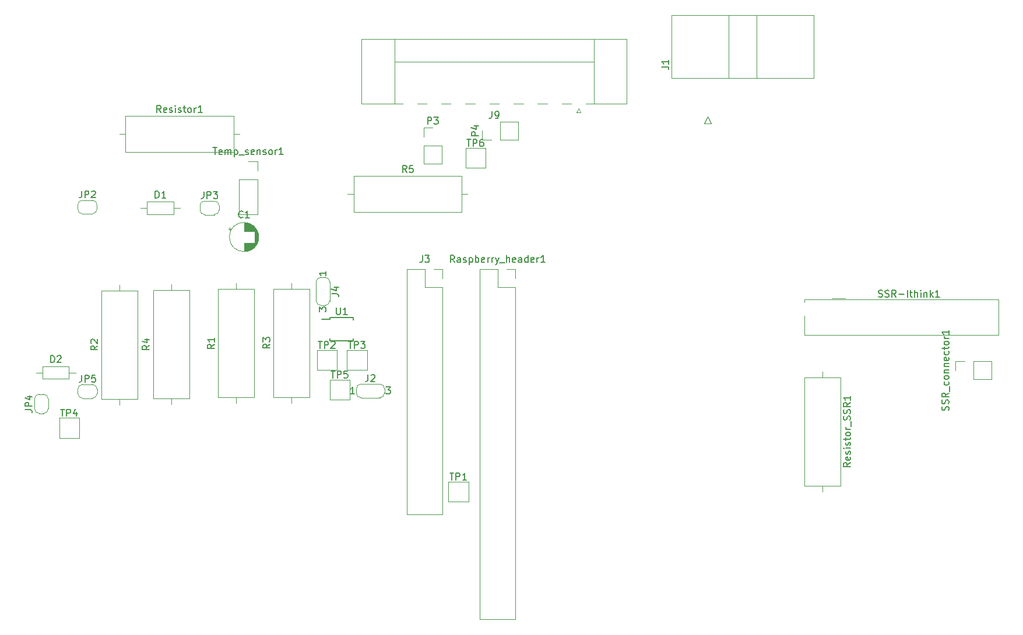
<source format=gbr>
%TF.GenerationSoftware,KiCad,Pcbnew,(5.1.9-0-10_14)*%
%TF.CreationDate,2021-02-14T15:54:45+00:00*%
%TF.ProjectId,base8x,62617365-3878-42e6-9b69-6361645f7063,rev?*%
%TF.SameCoordinates,Original*%
%TF.FileFunction,Legend,Top*%
%TF.FilePolarity,Positive*%
%FSLAX46Y46*%
G04 Gerber Fmt 4.6, Leading zero omitted, Abs format (unit mm)*
G04 Created by KiCad (PCBNEW (5.1.9-0-10_14)) date 2021-02-14 15:54:45*
%MOMM*%
%LPD*%
G01*
G04 APERTURE LIST*
%ADD10C,0.120000*%
%ADD11C,0.150000*%
G04 APERTURE END LIST*
D10*
%TO.C,SSR-Ithink1*%
X-195621400Y-59868000D02*
X-197621400Y-59868000D01*
X-201571400Y-60068000D02*
X-173371400Y-60068000D01*
X-173371400Y-60068000D02*
X-173371400Y-65268000D01*
X-173371400Y-65268000D02*
X-201571400Y-65268000D01*
X-201571400Y-65268000D02*
X-201571400Y-62468000D01*
X-201571400Y-60068000D02*
X-201571400Y-60468000D01*
%TO.C,D2*%
X-307431640Y-70708520D02*
X-308381640Y-70708520D01*
X-313171640Y-70708520D02*
X-312221640Y-70708520D01*
X-308381640Y-69788520D02*
X-312221640Y-69788520D01*
X-308381640Y-71628520D02*
X-308381640Y-69788520D01*
X-312221640Y-71628520D02*
X-308381640Y-71628520D01*
X-312221640Y-69788520D02*
X-312221640Y-71628520D01*
%TO.C,D1*%
X-292242440Y-46791880D02*
X-293192440Y-46791880D01*
X-297982440Y-46791880D02*
X-297032440Y-46791880D01*
X-293192440Y-45871880D02*
X-297032440Y-45871880D01*
X-293192440Y-47711880D02*
X-293192440Y-45871880D01*
X-297032440Y-47711880D02*
X-293192440Y-47711880D01*
X-297032440Y-45871880D02*
X-297032440Y-47711880D01*
%TO.C,Resistor_SSR1*%
X-198958200Y-87993400D02*
X-198958200Y-87143400D01*
X-198958200Y-70553400D02*
X-198958200Y-71403400D01*
X-196338200Y-87143400D02*
X-196338200Y-71403400D01*
X-201578200Y-87143400D02*
X-196338200Y-87143400D01*
X-201578200Y-71403400D02*
X-201578200Y-87143400D01*
X-196338200Y-71403400D02*
X-201578200Y-71403400D01*
%TO.C,Resistor1*%
X-283618760Y-36062920D02*
X-284468760Y-36062920D01*
X-301058760Y-36062920D02*
X-300208760Y-36062920D01*
X-284468760Y-33442920D02*
X-300208760Y-33442920D01*
X-284468760Y-38682920D02*
X-284468760Y-33442920D01*
X-300208760Y-38682920D02*
X-284468760Y-38682920D01*
X-300208760Y-33442920D02*
X-300208760Y-38682920D01*
%TO.C,R5*%
X-250461600Y-44780200D02*
X-251311600Y-44780200D01*
X-267901600Y-44780200D02*
X-267051600Y-44780200D01*
X-251311600Y-42160200D02*
X-267051600Y-42160200D01*
X-251311600Y-47400200D02*
X-251311600Y-42160200D01*
X-267051600Y-47400200D02*
X-251311600Y-47400200D01*
X-267051600Y-42160200D02*
X-267051600Y-47400200D01*
%TO.C,R4*%
X-293547800Y-57878800D02*
X-293547800Y-58728800D01*
X-293547800Y-75318800D02*
X-293547800Y-74468800D01*
X-296167800Y-58728800D02*
X-296167800Y-74468800D01*
X-290927800Y-58728800D02*
X-296167800Y-58728800D01*
X-290927800Y-74468800D02*
X-290927800Y-58728800D01*
X-296167800Y-74468800D02*
X-290927800Y-74468800D01*
%TO.C,R3*%
X-276047200Y-57675600D02*
X-276047200Y-58525600D01*
X-276047200Y-75115600D02*
X-276047200Y-74265600D01*
X-278667200Y-58525600D02*
X-278667200Y-74265600D01*
X-273427200Y-58525600D02*
X-278667200Y-58525600D01*
X-273427200Y-74265600D02*
X-273427200Y-58525600D01*
X-278667200Y-74265600D02*
X-273427200Y-74265600D01*
%TO.C,R2*%
X-301066200Y-57929600D02*
X-301066200Y-58779600D01*
X-301066200Y-75369600D02*
X-301066200Y-74519600D01*
X-303686200Y-58779600D02*
X-303686200Y-74519600D01*
X-298446200Y-58779600D02*
X-303686200Y-58779600D01*
X-298446200Y-74519600D02*
X-298446200Y-58779600D01*
X-303686200Y-74519600D02*
X-298446200Y-74519600D01*
%TO.C,R1*%
X-284099000Y-57726400D02*
X-284099000Y-58576400D01*
X-284099000Y-75166400D02*
X-284099000Y-74316400D01*
X-286719000Y-58576400D02*
X-286719000Y-74316400D01*
X-281479000Y-58576400D02*
X-286719000Y-58576400D01*
X-281479000Y-74316400D02*
X-281479000Y-58576400D01*
X-286719000Y-74316400D02*
X-281479000Y-74316400D01*
%TO.C,TP5*%
X-270512200Y-74627400D02*
X-270512200Y-71727400D01*
X-267612200Y-74627400D02*
X-270512200Y-74627400D01*
X-267612200Y-71727400D02*
X-267612200Y-74627400D01*
X-270512200Y-71727400D02*
X-267612200Y-71727400D01*
%TO.C,TP4*%
X-309806000Y-80190000D02*
X-309806000Y-77290000D01*
X-306906000Y-80190000D02*
X-309806000Y-80190000D01*
X-306906000Y-77290000D02*
X-306906000Y-80190000D01*
X-309806000Y-77290000D02*
X-306906000Y-77290000D01*
%TO.C,TP3*%
X-267997600Y-70309400D02*
X-267997600Y-67409400D01*
X-265097600Y-70309400D02*
X-267997600Y-70309400D01*
X-265097600Y-67409400D02*
X-265097600Y-70309400D01*
X-267997600Y-67409400D02*
X-265097600Y-67409400D01*
%TO.C,TP2*%
X-272366400Y-70334800D02*
X-272366400Y-67434800D01*
X-269466400Y-70334800D02*
X-272366400Y-70334800D01*
X-269466400Y-67434800D02*
X-269466400Y-70334800D01*
X-272366400Y-67434800D02*
X-269466400Y-67434800D01*
%TO.C,J1*%
X-215120600Y-34506400D02*
X-215620600Y-33506400D01*
X-216120600Y-34506400D02*
X-215120600Y-34506400D01*
X-215620600Y-33506400D02*
X-216120600Y-34506400D01*
X-200250600Y-27886400D02*
X-220830600Y-27886400D01*
X-200250600Y-18766400D02*
X-200250600Y-27886400D01*
X-220830600Y-18766400D02*
X-200250600Y-18766400D01*
X-220830600Y-27886400D02*
X-220830600Y-18766400D01*
X-208490600Y-27886400D02*
X-208490600Y-18766400D01*
X-212590600Y-27886400D02*
X-212590600Y-18766400D01*
%TO.C,J2*%
X-266004500Y-72367900D02*
X-263204500Y-72367900D01*
X-262554500Y-73067900D02*
X-262554500Y-73667900D01*
X-263204500Y-74367900D02*
X-266004500Y-74367900D01*
X-266654500Y-73667900D02*
X-266654500Y-73067900D01*
X-263254500Y-72367900D02*
G75*
G02*
X-262554500Y-73067900I0J-700000D01*
G01*
X-262554500Y-73667900D02*
G75*
G02*
X-263254500Y-74367900I-700000J0D01*
G01*
X-265954500Y-74367900D02*
G75*
G02*
X-266654500Y-73667900I0J700000D01*
G01*
X-266654500Y-73067900D02*
G75*
G02*
X-265954500Y-72367900I700000J0D01*
G01*
%TO.C,J3*%
X-255447800Y-55667600D02*
X-254117800Y-55667600D01*
X-254117800Y-55667600D02*
X-254117800Y-56997600D01*
X-256717800Y-55667600D02*
X-256717800Y-58267600D01*
X-256717800Y-58267600D02*
X-254117800Y-58267600D01*
X-254117800Y-58267600D02*
X-254117800Y-91347600D01*
X-259317800Y-91347600D02*
X-254117800Y-91347600D01*
X-259317800Y-55667600D02*
X-259317800Y-91347600D01*
X-259317800Y-55667600D02*
X-256717800Y-55667600D01*
%TO.C,J4*%
X-271800600Y-56852600D02*
X-271200600Y-56852600D01*
X-272500600Y-60302600D02*
X-272500600Y-57502600D01*
X-271200600Y-60952600D02*
X-271800600Y-60952600D01*
X-270500600Y-57502600D02*
X-270500600Y-60302600D01*
X-271200600Y-56852600D02*
G75*
G02*
X-270500600Y-57552600I0J-700000D01*
G01*
X-272500600Y-57552600D02*
G75*
G02*
X-271800600Y-56852600I700000J0D01*
G01*
X-271800600Y-60952600D02*
G75*
G02*
X-272500600Y-60252600I0J700000D01*
G01*
X-270500600Y-60252600D02*
G75*
G02*
X-271200600Y-60952600I-700000J0D01*
G01*
%TO.C,J9*%
X-234065800Y-32902200D02*
X-234665800Y-32902200D01*
X-234365800Y-32302200D02*
X-234065800Y-32902200D01*
X-234665800Y-32902200D02*
X-234365800Y-32302200D01*
X-261075800Y-31612200D02*
X-261075800Y-22192200D01*
X-232155800Y-31612200D02*
X-232155800Y-22192200D01*
X-232155800Y-25502200D02*
X-261075800Y-25502200D01*
X-256415800Y-31612200D02*
X-257815800Y-31612200D01*
X-252915800Y-31612200D02*
X-254315800Y-31612200D01*
X-249415800Y-31612200D02*
X-250815800Y-31612200D01*
X-245915800Y-31612200D02*
X-247315800Y-31612200D01*
X-242415800Y-31612200D02*
X-243815800Y-31612200D01*
X-238915800Y-31612200D02*
X-240315800Y-31612200D01*
X-235415800Y-31612200D02*
X-236815800Y-31612200D01*
X-265875800Y-31612200D02*
X-259915800Y-31612200D01*
X-227355800Y-31612200D02*
X-233315800Y-31612200D01*
X-265875800Y-22192200D02*
X-265875800Y-31612200D01*
X-227355800Y-22192200D02*
X-265875800Y-22192200D01*
X-227355800Y-31612200D02*
X-227355800Y-22192200D01*
%TO.C,JP2*%
X-306409320Y-45644560D02*
X-305009320Y-45644560D01*
X-304309320Y-46344560D02*
X-304309320Y-46944560D01*
X-305009320Y-47644560D02*
X-306409320Y-47644560D01*
X-307109320Y-46944560D02*
X-307109320Y-46344560D01*
X-305009320Y-45644560D02*
G75*
G02*
X-304309320Y-46344560I0J-700000D01*
G01*
X-304309320Y-46944560D02*
G75*
G02*
X-305009320Y-47644560I-700000J0D01*
G01*
X-306409320Y-47644560D02*
G75*
G02*
X-307109320Y-46944560I0J700000D01*
G01*
X-307109320Y-46344560D02*
G75*
G02*
X-306409320Y-45644560I700000J0D01*
G01*
%TO.C,JP3*%
X-289364880Y-47061400D02*
X-289364880Y-46461400D01*
X-287264880Y-47761400D02*
X-288664880Y-47761400D01*
X-286564880Y-46461400D02*
X-286564880Y-47061400D01*
X-288664880Y-45761400D02*
X-287264880Y-45761400D01*
X-289364880Y-46461400D02*
G75*
G02*
X-288664880Y-45761400I700000J0D01*
G01*
X-288664880Y-47761400D02*
G75*
G02*
X-289364880Y-47061400I0J700000D01*
G01*
X-286564880Y-47061400D02*
G75*
G02*
X-287264880Y-47761400I-700000J0D01*
G01*
X-287264880Y-45761400D02*
G75*
G02*
X-286564880Y-46461400I0J-700000D01*
G01*
%TO.C,JP4*%
X-313394600Y-75947500D02*
X-313394600Y-74547500D01*
X-312694600Y-73847500D02*
X-312094600Y-73847500D01*
X-311394600Y-74547500D02*
X-311394600Y-75947500D01*
X-312094600Y-76647500D02*
X-312694600Y-76647500D01*
X-313394600Y-74547500D02*
G75*
G02*
X-312694600Y-73847500I700000J0D01*
G01*
X-312094600Y-73847500D02*
G75*
G02*
X-311394600Y-74547500I0J-700000D01*
G01*
X-311394600Y-75947500D02*
G75*
G02*
X-312094600Y-76647500I-700000J0D01*
G01*
X-312694600Y-76647500D02*
G75*
G02*
X-313394600Y-75947500I0J700000D01*
G01*
%TO.C,JP5*%
X-306404240Y-72431400D02*
X-305004240Y-72431400D01*
X-304304240Y-73131400D02*
X-304304240Y-73731400D01*
X-305004240Y-74431400D02*
X-306404240Y-74431400D01*
X-307104240Y-73731400D02*
X-307104240Y-73131400D01*
X-305004240Y-72431400D02*
G75*
G02*
X-304304240Y-73131400I0J-700000D01*
G01*
X-304304240Y-73731400D02*
G75*
G02*
X-305004240Y-74431400I-700000J0D01*
G01*
X-306404240Y-74431400D02*
G75*
G02*
X-307104240Y-73731400I0J700000D01*
G01*
X-307104240Y-73131400D02*
G75*
G02*
X-306404240Y-72431400I700000J0D01*
G01*
%TO.C,P3*%
X-256879400Y-40344400D02*
X-254219400Y-40344400D01*
X-256879400Y-37744400D02*
X-256879400Y-40344400D01*
X-254219400Y-37744400D02*
X-254219400Y-40344400D01*
X-256879400Y-37744400D02*
X-254219400Y-37744400D01*
X-256879400Y-36474400D02*
X-256879400Y-35144400D01*
X-256879400Y-35144400D02*
X-255549400Y-35144400D01*
%TO.C,P4*%
X-248370400Y-36890000D02*
X-248370400Y-35560000D01*
X-247040400Y-36890000D02*
X-248370400Y-36890000D01*
X-245770400Y-36890000D02*
X-245770400Y-34230000D01*
X-245770400Y-34230000D02*
X-243170400Y-34230000D01*
X-245770400Y-36890000D02*
X-243170400Y-36890000D01*
X-243170400Y-36890000D02*
X-243170400Y-34230000D01*
%TO.C,Raspberry_header1*%
X-244856000Y-55667600D02*
X-243526000Y-55667600D01*
X-243526000Y-55667600D02*
X-243526000Y-56997600D01*
X-246126000Y-55667600D02*
X-246126000Y-58267600D01*
X-246126000Y-58267600D02*
X-243526000Y-58267600D01*
X-243526000Y-58267600D02*
X-243526000Y-106587600D01*
X-248726000Y-106587600D02*
X-243526000Y-106587600D01*
X-248726000Y-55667600D02*
X-248726000Y-106587600D01*
X-248726000Y-55667600D02*
X-246126000Y-55667600D01*
%TO.C,SSR_connector1*%
X-179612600Y-70383400D02*
X-179612600Y-69053400D01*
X-179612600Y-69053400D02*
X-178282600Y-69053400D01*
X-177012600Y-69053400D02*
X-174412600Y-69053400D01*
X-174412600Y-71713400D02*
X-174412600Y-69053400D01*
X-177012600Y-71713400D02*
X-174412600Y-71713400D01*
X-177012600Y-71713400D02*
X-177012600Y-69053400D01*
%TO.C,Temp_sensor1*%
X-282321000Y-39995800D02*
X-280991000Y-39995800D01*
X-280991000Y-39995800D02*
X-280991000Y-41325800D01*
X-280991000Y-42595800D02*
X-280991000Y-47735800D01*
X-283651000Y-47735800D02*
X-280991000Y-47735800D01*
X-283651000Y-42595800D02*
X-283651000Y-47735800D01*
X-283651000Y-42595800D02*
X-280991000Y-42595800D01*
D11*
%TO.C,U1*%
X-270457800Y-62964400D02*
X-271682800Y-62964400D01*
X-270457800Y-66089400D02*
X-267107800Y-66089400D01*
X-270457800Y-62739400D02*
X-267107800Y-62739400D01*
X-270457800Y-66089400D02*
X-270457800Y-65789400D01*
X-267107800Y-66089400D02*
X-267107800Y-65789400D01*
X-267107800Y-62739400D02*
X-267107800Y-63039400D01*
X-270457800Y-62739400D02*
X-270457800Y-62964400D01*
D10*
%TO.C,TP1*%
X-253265600Y-86561000D02*
X-250365600Y-86561000D01*
X-250365600Y-86561000D02*
X-250365600Y-89461000D01*
X-250365600Y-89461000D02*
X-253265600Y-89461000D01*
X-253265600Y-89461000D02*
X-253265600Y-86561000D01*
%TO.C,TP6*%
X-250786560Y-40972400D02*
X-250786560Y-38072400D01*
X-247886560Y-40972400D02*
X-250786560Y-40972400D01*
X-247886560Y-38072400D02*
X-247886560Y-40972400D01*
X-250786560Y-38072400D02*
X-247886560Y-38072400D01*
%TO.C,C1*%
X-280848000Y-51003200D02*
G75*
G03*
X-280848000Y-51003200I-2120000J0D01*
G01*
X-282968000Y-51843200D02*
X-282968000Y-53083200D01*
X-282968000Y-48923200D02*
X-282968000Y-50163200D01*
X-282928000Y-51843200D02*
X-282928000Y-53083200D01*
X-282928000Y-48923200D02*
X-282928000Y-50163200D01*
X-282888000Y-51843200D02*
X-282888000Y-53082200D01*
X-282888000Y-48924200D02*
X-282888000Y-50163200D01*
X-282848000Y-48926200D02*
X-282848000Y-50163200D01*
X-282848000Y-51843200D02*
X-282848000Y-53080200D01*
X-282808000Y-48929200D02*
X-282808000Y-50163200D01*
X-282808000Y-51843200D02*
X-282808000Y-53077200D01*
X-282768000Y-48932200D02*
X-282768000Y-50163200D01*
X-282768000Y-51843200D02*
X-282768000Y-53074200D01*
X-282728000Y-48936200D02*
X-282728000Y-50163200D01*
X-282728000Y-51843200D02*
X-282728000Y-53070200D01*
X-282688000Y-48941200D02*
X-282688000Y-50163200D01*
X-282688000Y-51843200D02*
X-282688000Y-53065200D01*
X-282648000Y-48947200D02*
X-282648000Y-50163200D01*
X-282648000Y-51843200D02*
X-282648000Y-53059200D01*
X-282608000Y-48953200D02*
X-282608000Y-50163200D01*
X-282608000Y-51843200D02*
X-282608000Y-53053200D01*
X-282568000Y-48961200D02*
X-282568000Y-50163200D01*
X-282568000Y-51843200D02*
X-282568000Y-53045200D01*
X-282528000Y-48969200D02*
X-282528000Y-50163200D01*
X-282528000Y-51843200D02*
X-282528000Y-53037200D01*
X-282488000Y-48978200D02*
X-282488000Y-50163200D01*
X-282488000Y-51843200D02*
X-282488000Y-53028200D01*
X-282448000Y-48987200D02*
X-282448000Y-50163200D01*
X-282448000Y-51843200D02*
X-282448000Y-53019200D01*
X-282408000Y-48998200D02*
X-282408000Y-50163200D01*
X-282408000Y-51843200D02*
X-282408000Y-53008200D01*
X-282368000Y-49009200D02*
X-282368000Y-50163200D01*
X-282368000Y-51843200D02*
X-282368000Y-52997200D01*
X-282328000Y-49021200D02*
X-282328000Y-50163200D01*
X-282328000Y-51843200D02*
X-282328000Y-52985200D01*
X-282288000Y-49035200D02*
X-282288000Y-50163200D01*
X-282288000Y-51843200D02*
X-282288000Y-52971200D01*
X-282247000Y-49049200D02*
X-282247000Y-50163200D01*
X-282247000Y-51843200D02*
X-282247000Y-52957200D01*
X-282207000Y-49063200D02*
X-282207000Y-50163200D01*
X-282207000Y-51843200D02*
X-282207000Y-52943200D01*
X-282167000Y-49079200D02*
X-282167000Y-50163200D01*
X-282167000Y-51843200D02*
X-282167000Y-52927200D01*
X-282127000Y-49096200D02*
X-282127000Y-50163200D01*
X-282127000Y-51843200D02*
X-282127000Y-52910200D01*
X-282087000Y-49114200D02*
X-282087000Y-50163200D01*
X-282087000Y-51843200D02*
X-282087000Y-52892200D01*
X-282047000Y-49133200D02*
X-282047000Y-50163200D01*
X-282047000Y-51843200D02*
X-282047000Y-52873200D01*
X-282007000Y-49152200D02*
X-282007000Y-50163200D01*
X-282007000Y-51843200D02*
X-282007000Y-52854200D01*
X-281967000Y-49173200D02*
X-281967000Y-50163200D01*
X-281967000Y-51843200D02*
X-281967000Y-52833200D01*
X-281927000Y-49195200D02*
X-281927000Y-50163200D01*
X-281927000Y-51843200D02*
X-281927000Y-52811200D01*
X-281887000Y-49218200D02*
X-281887000Y-50163200D01*
X-281887000Y-51843200D02*
X-281887000Y-52788200D01*
X-281847000Y-49243200D02*
X-281847000Y-50163200D01*
X-281847000Y-51843200D02*
X-281847000Y-52763200D01*
X-281807000Y-49268200D02*
X-281807000Y-50163200D01*
X-281807000Y-51843200D02*
X-281807000Y-52738200D01*
X-281767000Y-49295200D02*
X-281767000Y-50163200D01*
X-281767000Y-51843200D02*
X-281767000Y-52711200D01*
X-281727000Y-49323200D02*
X-281727000Y-50163200D01*
X-281727000Y-51843200D02*
X-281727000Y-52683200D01*
X-281687000Y-49353200D02*
X-281687000Y-50163200D01*
X-281687000Y-51843200D02*
X-281687000Y-52653200D01*
X-281647000Y-49384200D02*
X-281647000Y-50163200D01*
X-281647000Y-51843200D02*
X-281647000Y-52622200D01*
X-281607000Y-49416200D02*
X-281607000Y-50163200D01*
X-281607000Y-51843200D02*
X-281607000Y-52590200D01*
X-281567000Y-49451200D02*
X-281567000Y-50163200D01*
X-281567000Y-51843200D02*
X-281567000Y-52555200D01*
X-281527000Y-49487200D02*
X-281527000Y-50163200D01*
X-281527000Y-51843200D02*
X-281527000Y-52519200D01*
X-281487000Y-49525200D02*
X-281487000Y-50163200D01*
X-281487000Y-51843200D02*
X-281487000Y-52481200D01*
X-281447000Y-49565200D02*
X-281447000Y-50163200D01*
X-281447000Y-51843200D02*
X-281447000Y-52441200D01*
X-281407000Y-49607200D02*
X-281407000Y-50163200D01*
X-281407000Y-51843200D02*
X-281407000Y-52399200D01*
X-281367000Y-49652200D02*
X-281367000Y-52354200D01*
X-281327000Y-49699200D02*
X-281327000Y-52307200D01*
X-281287000Y-49749200D02*
X-281287000Y-52257200D01*
X-281247000Y-49803200D02*
X-281247000Y-52203200D01*
X-281207000Y-49861200D02*
X-281207000Y-52145200D01*
X-281167000Y-49923200D02*
X-281167000Y-52083200D01*
X-281127000Y-49990200D02*
X-281127000Y-52016200D01*
X-281087000Y-50063200D02*
X-281087000Y-51943200D01*
X-281047000Y-50144200D02*
X-281047000Y-51862200D01*
X-281007000Y-50235200D02*
X-281007000Y-51771200D01*
X-280967000Y-50339200D02*
X-280967000Y-51667200D01*
X-280927000Y-50466200D02*
X-280927000Y-51540200D01*
X-280887000Y-50633200D02*
X-280887000Y-51373200D01*
X-285237801Y-49808200D02*
X-284837801Y-49808200D01*
X-285037801Y-49608200D02*
X-285037801Y-50008200D01*
%TO.C,SSR-Ithink1*%
D11*
X-190799971Y-59672761D02*
X-190657114Y-59720380D01*
X-190419019Y-59720380D01*
X-190323780Y-59672761D01*
X-190276161Y-59625142D01*
X-190228542Y-59529904D01*
X-190228542Y-59434666D01*
X-190276161Y-59339428D01*
X-190323780Y-59291809D01*
X-190419019Y-59244190D01*
X-190609495Y-59196571D01*
X-190704733Y-59148952D01*
X-190752352Y-59101333D01*
X-190799971Y-59006095D01*
X-190799971Y-58910857D01*
X-190752352Y-58815619D01*
X-190704733Y-58768000D01*
X-190609495Y-58720380D01*
X-190371400Y-58720380D01*
X-190228542Y-58768000D01*
X-189847590Y-59672761D02*
X-189704733Y-59720380D01*
X-189466638Y-59720380D01*
X-189371400Y-59672761D01*
X-189323780Y-59625142D01*
X-189276161Y-59529904D01*
X-189276161Y-59434666D01*
X-189323780Y-59339428D01*
X-189371400Y-59291809D01*
X-189466638Y-59244190D01*
X-189657114Y-59196571D01*
X-189752352Y-59148952D01*
X-189799971Y-59101333D01*
X-189847590Y-59006095D01*
X-189847590Y-58910857D01*
X-189799971Y-58815619D01*
X-189752352Y-58768000D01*
X-189657114Y-58720380D01*
X-189419019Y-58720380D01*
X-189276161Y-58768000D01*
X-188276161Y-59720380D02*
X-188609495Y-59244190D01*
X-188847590Y-59720380D02*
X-188847590Y-58720380D01*
X-188466638Y-58720380D01*
X-188371400Y-58768000D01*
X-188323780Y-58815619D01*
X-188276161Y-58910857D01*
X-188276161Y-59053714D01*
X-188323780Y-59148952D01*
X-188371400Y-59196571D01*
X-188466638Y-59244190D01*
X-188847590Y-59244190D01*
X-187847590Y-59339428D02*
X-187085685Y-59339428D01*
X-186609495Y-59720380D02*
X-186609495Y-58720380D01*
X-186276161Y-59053714D02*
X-185895209Y-59053714D01*
X-186133304Y-58720380D02*
X-186133304Y-59577523D01*
X-186085685Y-59672761D01*
X-185990447Y-59720380D01*
X-185895209Y-59720380D01*
X-185561876Y-59720380D02*
X-185561876Y-58720380D01*
X-185133304Y-59720380D02*
X-185133304Y-59196571D01*
X-185180923Y-59101333D01*
X-185276161Y-59053714D01*
X-185419019Y-59053714D01*
X-185514257Y-59101333D01*
X-185561876Y-59148952D01*
X-184657114Y-59720380D02*
X-184657114Y-59053714D01*
X-184657114Y-58720380D02*
X-184704733Y-58768000D01*
X-184657114Y-58815619D01*
X-184609495Y-58768000D01*
X-184657114Y-58720380D01*
X-184657114Y-58815619D01*
X-184180923Y-59053714D02*
X-184180923Y-59720380D01*
X-184180923Y-59148952D02*
X-184133304Y-59101333D01*
X-184038066Y-59053714D01*
X-183895209Y-59053714D01*
X-183799971Y-59101333D01*
X-183752352Y-59196571D01*
X-183752352Y-59720380D01*
X-183276161Y-59720380D02*
X-183276161Y-58720380D01*
X-183180923Y-59339428D02*
X-182895209Y-59720380D01*
X-182895209Y-59053714D02*
X-183276161Y-59434666D01*
X-181942828Y-59720380D02*
X-182514257Y-59720380D01*
X-182228542Y-59720380D02*
X-182228542Y-58720380D01*
X-182323780Y-58863238D01*
X-182419019Y-58958476D01*
X-182514257Y-59006095D01*
%TO.C,D2*%
X-311039735Y-69240900D02*
X-311039735Y-68240900D01*
X-310801640Y-68240900D01*
X-310658782Y-68288520D01*
X-310563544Y-68383758D01*
X-310515925Y-68478996D01*
X-310468306Y-68669472D01*
X-310468306Y-68812329D01*
X-310515925Y-69002805D01*
X-310563544Y-69098043D01*
X-310658782Y-69193281D01*
X-310801640Y-69240900D01*
X-311039735Y-69240900D01*
X-310087354Y-68336139D02*
X-310039735Y-68288520D01*
X-309944497Y-68240900D01*
X-309706401Y-68240900D01*
X-309611163Y-68288520D01*
X-309563544Y-68336139D01*
X-309515925Y-68431377D01*
X-309515925Y-68526615D01*
X-309563544Y-68669472D01*
X-310134973Y-69240900D01*
X-309515925Y-69240900D01*
%TO.C,D1*%
X-295850535Y-45324260D02*
X-295850535Y-44324260D01*
X-295612440Y-44324260D01*
X-295469582Y-44371880D01*
X-295374344Y-44467118D01*
X-295326725Y-44562356D01*
X-295279106Y-44752832D01*
X-295279106Y-44895689D01*
X-295326725Y-45086165D01*
X-295374344Y-45181403D01*
X-295469582Y-45276641D01*
X-295612440Y-45324260D01*
X-295850535Y-45324260D01*
X-294326725Y-45324260D02*
X-294898154Y-45324260D01*
X-294612440Y-45324260D02*
X-294612440Y-44324260D01*
X-294707678Y-44467118D01*
X-294802916Y-44562356D01*
X-294898154Y-44609975D01*
%TO.C,Resistor_SSR1*%
X-194885819Y-83797209D02*
X-195362009Y-84130542D01*
X-194885819Y-84368638D02*
X-195885819Y-84368638D01*
X-195885819Y-83987685D01*
X-195838200Y-83892447D01*
X-195790580Y-83844828D01*
X-195695342Y-83797209D01*
X-195552485Y-83797209D01*
X-195457247Y-83844828D01*
X-195409628Y-83892447D01*
X-195362009Y-83987685D01*
X-195362009Y-84368638D01*
X-194933438Y-82987685D02*
X-194885819Y-83082923D01*
X-194885819Y-83273400D01*
X-194933438Y-83368638D01*
X-195028676Y-83416257D01*
X-195409628Y-83416257D01*
X-195504866Y-83368638D01*
X-195552485Y-83273400D01*
X-195552485Y-83082923D01*
X-195504866Y-82987685D01*
X-195409628Y-82940066D01*
X-195314390Y-82940066D01*
X-195219152Y-83416257D01*
X-194933438Y-82559114D02*
X-194885819Y-82463876D01*
X-194885819Y-82273400D01*
X-194933438Y-82178161D01*
X-195028676Y-82130542D01*
X-195076295Y-82130542D01*
X-195171533Y-82178161D01*
X-195219152Y-82273400D01*
X-195219152Y-82416257D01*
X-195266771Y-82511495D01*
X-195362009Y-82559114D01*
X-195409628Y-82559114D01*
X-195504866Y-82511495D01*
X-195552485Y-82416257D01*
X-195552485Y-82273400D01*
X-195504866Y-82178161D01*
X-194885819Y-81701971D02*
X-195552485Y-81701971D01*
X-195885819Y-81701971D02*
X-195838200Y-81749590D01*
X-195790580Y-81701971D01*
X-195838200Y-81654352D01*
X-195885819Y-81701971D01*
X-195790580Y-81701971D01*
X-194933438Y-81273400D02*
X-194885819Y-81178161D01*
X-194885819Y-80987685D01*
X-194933438Y-80892447D01*
X-195028676Y-80844828D01*
X-195076295Y-80844828D01*
X-195171533Y-80892447D01*
X-195219152Y-80987685D01*
X-195219152Y-81130542D01*
X-195266771Y-81225780D01*
X-195362009Y-81273400D01*
X-195409628Y-81273400D01*
X-195504866Y-81225780D01*
X-195552485Y-81130542D01*
X-195552485Y-80987685D01*
X-195504866Y-80892447D01*
X-195552485Y-80559114D02*
X-195552485Y-80178161D01*
X-195885819Y-80416257D02*
X-195028676Y-80416257D01*
X-194933438Y-80368638D01*
X-194885819Y-80273400D01*
X-194885819Y-80178161D01*
X-194885819Y-79701971D02*
X-194933438Y-79797209D01*
X-194981057Y-79844828D01*
X-195076295Y-79892447D01*
X-195362009Y-79892447D01*
X-195457247Y-79844828D01*
X-195504866Y-79797209D01*
X-195552485Y-79701971D01*
X-195552485Y-79559114D01*
X-195504866Y-79463876D01*
X-195457247Y-79416257D01*
X-195362009Y-79368638D01*
X-195076295Y-79368638D01*
X-194981057Y-79416257D01*
X-194933438Y-79463876D01*
X-194885819Y-79559114D01*
X-194885819Y-79701971D01*
X-194885819Y-78940066D02*
X-195552485Y-78940066D01*
X-195362009Y-78940066D02*
X-195457247Y-78892447D01*
X-195504866Y-78844828D01*
X-195552485Y-78749590D01*
X-195552485Y-78654352D01*
X-194790580Y-78559114D02*
X-194790580Y-77797209D01*
X-194933438Y-77606733D02*
X-194885819Y-77463876D01*
X-194885819Y-77225780D01*
X-194933438Y-77130542D01*
X-194981057Y-77082923D01*
X-195076295Y-77035304D01*
X-195171533Y-77035304D01*
X-195266771Y-77082923D01*
X-195314390Y-77130542D01*
X-195362009Y-77225780D01*
X-195409628Y-77416257D01*
X-195457247Y-77511495D01*
X-195504866Y-77559114D01*
X-195600104Y-77606733D01*
X-195695342Y-77606733D01*
X-195790580Y-77559114D01*
X-195838200Y-77511495D01*
X-195885819Y-77416257D01*
X-195885819Y-77178161D01*
X-195838200Y-77035304D01*
X-194933438Y-76654352D02*
X-194885819Y-76511495D01*
X-194885819Y-76273400D01*
X-194933438Y-76178161D01*
X-194981057Y-76130542D01*
X-195076295Y-76082923D01*
X-195171533Y-76082923D01*
X-195266771Y-76130542D01*
X-195314390Y-76178161D01*
X-195362009Y-76273400D01*
X-195409628Y-76463876D01*
X-195457247Y-76559114D01*
X-195504866Y-76606733D01*
X-195600104Y-76654352D01*
X-195695342Y-76654352D01*
X-195790580Y-76606733D01*
X-195838200Y-76559114D01*
X-195885819Y-76463876D01*
X-195885819Y-76225780D01*
X-195838200Y-76082923D01*
X-194885819Y-75082923D02*
X-195362009Y-75416257D01*
X-194885819Y-75654352D02*
X-195885819Y-75654352D01*
X-195885819Y-75273400D01*
X-195838200Y-75178161D01*
X-195790580Y-75130542D01*
X-195695342Y-75082923D01*
X-195552485Y-75082923D01*
X-195457247Y-75130542D01*
X-195409628Y-75178161D01*
X-195362009Y-75273400D01*
X-195362009Y-75654352D01*
X-194885819Y-74130542D02*
X-194885819Y-74701971D01*
X-194885819Y-74416257D02*
X-195885819Y-74416257D01*
X-195742961Y-74511495D01*
X-195647723Y-74606733D01*
X-195600104Y-74701971D01*
%TO.C,Resistor1*%
X-295029236Y-32895300D02*
X-295362569Y-32419110D01*
X-295600664Y-32895300D02*
X-295600664Y-31895300D01*
X-295219712Y-31895300D01*
X-295124474Y-31942920D01*
X-295076855Y-31990539D01*
X-295029236Y-32085777D01*
X-295029236Y-32228634D01*
X-295076855Y-32323872D01*
X-295124474Y-32371491D01*
X-295219712Y-32419110D01*
X-295600664Y-32419110D01*
X-294219712Y-32847681D02*
X-294314950Y-32895300D01*
X-294505426Y-32895300D01*
X-294600664Y-32847681D01*
X-294648283Y-32752443D01*
X-294648283Y-32371491D01*
X-294600664Y-32276253D01*
X-294505426Y-32228634D01*
X-294314950Y-32228634D01*
X-294219712Y-32276253D01*
X-294172093Y-32371491D01*
X-294172093Y-32466729D01*
X-294648283Y-32561967D01*
X-293791140Y-32847681D02*
X-293695902Y-32895300D01*
X-293505426Y-32895300D01*
X-293410188Y-32847681D01*
X-293362569Y-32752443D01*
X-293362569Y-32704824D01*
X-293410188Y-32609586D01*
X-293505426Y-32561967D01*
X-293648283Y-32561967D01*
X-293743521Y-32514348D01*
X-293791140Y-32419110D01*
X-293791140Y-32371491D01*
X-293743521Y-32276253D01*
X-293648283Y-32228634D01*
X-293505426Y-32228634D01*
X-293410188Y-32276253D01*
X-292933998Y-32895300D02*
X-292933998Y-32228634D01*
X-292933998Y-31895300D02*
X-292981617Y-31942920D01*
X-292933998Y-31990539D01*
X-292886379Y-31942920D01*
X-292933998Y-31895300D01*
X-292933998Y-31990539D01*
X-292505426Y-32847681D02*
X-292410188Y-32895300D01*
X-292219712Y-32895300D01*
X-292124474Y-32847681D01*
X-292076855Y-32752443D01*
X-292076855Y-32704824D01*
X-292124474Y-32609586D01*
X-292219712Y-32561967D01*
X-292362569Y-32561967D01*
X-292457807Y-32514348D01*
X-292505426Y-32419110D01*
X-292505426Y-32371491D01*
X-292457807Y-32276253D01*
X-292362569Y-32228634D01*
X-292219712Y-32228634D01*
X-292124474Y-32276253D01*
X-291791140Y-32228634D02*
X-291410188Y-32228634D01*
X-291648283Y-31895300D02*
X-291648283Y-32752443D01*
X-291600664Y-32847681D01*
X-291505426Y-32895300D01*
X-291410188Y-32895300D01*
X-290933998Y-32895300D02*
X-291029236Y-32847681D01*
X-291076855Y-32800062D01*
X-291124474Y-32704824D01*
X-291124474Y-32419110D01*
X-291076855Y-32323872D01*
X-291029236Y-32276253D01*
X-290933998Y-32228634D01*
X-290791140Y-32228634D01*
X-290695902Y-32276253D01*
X-290648283Y-32323872D01*
X-290600664Y-32419110D01*
X-290600664Y-32704824D01*
X-290648283Y-32800062D01*
X-290695902Y-32847681D01*
X-290791140Y-32895300D01*
X-290933998Y-32895300D01*
X-290172093Y-32895300D02*
X-290172093Y-32228634D01*
X-290172093Y-32419110D02*
X-290124474Y-32323872D01*
X-290076855Y-32276253D01*
X-289981617Y-32228634D01*
X-289886379Y-32228634D01*
X-289029236Y-32895300D02*
X-289600664Y-32895300D01*
X-289314950Y-32895300D02*
X-289314950Y-31895300D01*
X-289410188Y-32038158D01*
X-289505426Y-32133396D01*
X-289600664Y-32181015D01*
%TO.C,R5*%
X-259348266Y-41612580D02*
X-259681600Y-41136390D01*
X-259919695Y-41612580D02*
X-259919695Y-40612580D01*
X-259538742Y-40612580D01*
X-259443504Y-40660200D01*
X-259395885Y-40707819D01*
X-259348266Y-40803057D01*
X-259348266Y-40945914D01*
X-259395885Y-41041152D01*
X-259443504Y-41088771D01*
X-259538742Y-41136390D01*
X-259919695Y-41136390D01*
X-258443504Y-40612580D02*
X-258919695Y-40612580D01*
X-258967314Y-41088771D01*
X-258919695Y-41041152D01*
X-258824457Y-40993533D01*
X-258586361Y-40993533D01*
X-258491123Y-41041152D01*
X-258443504Y-41088771D01*
X-258395885Y-41184009D01*
X-258395885Y-41422104D01*
X-258443504Y-41517342D01*
X-258491123Y-41564961D01*
X-258586361Y-41612580D01*
X-258824457Y-41612580D01*
X-258919695Y-41564961D01*
X-258967314Y-41517342D01*
%TO.C,R4*%
X-296715419Y-66765466D02*
X-297191609Y-67098800D01*
X-296715419Y-67336895D02*
X-297715419Y-67336895D01*
X-297715419Y-66955942D01*
X-297667800Y-66860704D01*
X-297620180Y-66813085D01*
X-297524942Y-66765466D01*
X-297382085Y-66765466D01*
X-297286847Y-66813085D01*
X-297239228Y-66860704D01*
X-297191609Y-66955942D01*
X-297191609Y-67336895D01*
X-297382085Y-65908323D02*
X-296715419Y-65908323D01*
X-297763038Y-66146419D02*
X-297048752Y-66384514D01*
X-297048752Y-65765466D01*
%TO.C,R3*%
X-279214819Y-66562266D02*
X-279691009Y-66895600D01*
X-279214819Y-67133695D02*
X-280214819Y-67133695D01*
X-280214819Y-66752742D01*
X-280167200Y-66657504D01*
X-280119580Y-66609885D01*
X-280024342Y-66562266D01*
X-279881485Y-66562266D01*
X-279786247Y-66609885D01*
X-279738628Y-66657504D01*
X-279691009Y-66752742D01*
X-279691009Y-67133695D01*
X-280214819Y-66228933D02*
X-280214819Y-65609885D01*
X-279833866Y-65943219D01*
X-279833866Y-65800361D01*
X-279786247Y-65705123D01*
X-279738628Y-65657504D01*
X-279643390Y-65609885D01*
X-279405295Y-65609885D01*
X-279310057Y-65657504D01*
X-279262438Y-65705123D01*
X-279214819Y-65800361D01*
X-279214819Y-66086076D01*
X-279262438Y-66181314D01*
X-279310057Y-66228933D01*
%TO.C,R2*%
X-304233819Y-66816266D02*
X-304710009Y-67149600D01*
X-304233819Y-67387695D02*
X-305233819Y-67387695D01*
X-305233819Y-67006742D01*
X-305186200Y-66911504D01*
X-305138580Y-66863885D01*
X-305043342Y-66816266D01*
X-304900485Y-66816266D01*
X-304805247Y-66863885D01*
X-304757628Y-66911504D01*
X-304710009Y-67006742D01*
X-304710009Y-67387695D01*
X-305138580Y-66435314D02*
X-305186200Y-66387695D01*
X-305233819Y-66292457D01*
X-305233819Y-66054361D01*
X-305186200Y-65959123D01*
X-305138580Y-65911504D01*
X-305043342Y-65863885D01*
X-304948104Y-65863885D01*
X-304805247Y-65911504D01*
X-304233819Y-66482933D01*
X-304233819Y-65863885D01*
%TO.C,R1*%
X-287266619Y-66613066D02*
X-287742809Y-66946400D01*
X-287266619Y-67184495D02*
X-288266619Y-67184495D01*
X-288266619Y-66803542D01*
X-288219000Y-66708304D01*
X-288171380Y-66660685D01*
X-288076142Y-66613066D01*
X-287933285Y-66613066D01*
X-287838047Y-66660685D01*
X-287790428Y-66708304D01*
X-287742809Y-66803542D01*
X-287742809Y-67184495D01*
X-287266619Y-65660685D02*
X-287266619Y-66232114D01*
X-287266619Y-65946400D02*
X-288266619Y-65946400D01*
X-288123761Y-66041638D01*
X-288028523Y-66136876D01*
X-287980904Y-66232114D01*
%TO.C,TP5*%
X-270324104Y-70481780D02*
X-269752676Y-70481780D01*
X-270038390Y-71481780D02*
X-270038390Y-70481780D01*
X-269419342Y-71481780D02*
X-269419342Y-70481780D01*
X-269038390Y-70481780D01*
X-268943152Y-70529400D01*
X-268895533Y-70577019D01*
X-268847914Y-70672257D01*
X-268847914Y-70815114D01*
X-268895533Y-70910352D01*
X-268943152Y-70957971D01*
X-269038390Y-71005590D01*
X-269419342Y-71005590D01*
X-267943152Y-70481780D02*
X-268419342Y-70481780D01*
X-268466961Y-70957971D01*
X-268419342Y-70910352D01*
X-268324104Y-70862733D01*
X-268086009Y-70862733D01*
X-267990771Y-70910352D01*
X-267943152Y-70957971D01*
X-267895533Y-71053209D01*
X-267895533Y-71291304D01*
X-267943152Y-71386542D01*
X-267990771Y-71434161D01*
X-268086009Y-71481780D01*
X-268324104Y-71481780D01*
X-268419342Y-71434161D01*
X-268466961Y-71386542D01*
%TO.C,TP4*%
X-309617904Y-76044380D02*
X-309046476Y-76044380D01*
X-309332190Y-77044380D02*
X-309332190Y-76044380D01*
X-308713142Y-77044380D02*
X-308713142Y-76044380D01*
X-308332190Y-76044380D01*
X-308236952Y-76092000D01*
X-308189333Y-76139619D01*
X-308141714Y-76234857D01*
X-308141714Y-76377714D01*
X-308189333Y-76472952D01*
X-308236952Y-76520571D01*
X-308332190Y-76568190D01*
X-308713142Y-76568190D01*
X-307284571Y-76377714D02*
X-307284571Y-77044380D01*
X-307522666Y-75996761D02*
X-307760761Y-76711047D01*
X-307141714Y-76711047D01*
%TO.C,TP3*%
X-267809504Y-66163780D02*
X-267238076Y-66163780D01*
X-267523790Y-67163780D02*
X-267523790Y-66163780D01*
X-266904742Y-67163780D02*
X-266904742Y-66163780D01*
X-266523790Y-66163780D01*
X-266428552Y-66211400D01*
X-266380933Y-66259019D01*
X-266333314Y-66354257D01*
X-266333314Y-66497114D01*
X-266380933Y-66592352D01*
X-266428552Y-66639971D01*
X-266523790Y-66687590D01*
X-266904742Y-66687590D01*
X-265999980Y-66163780D02*
X-265380933Y-66163780D01*
X-265714266Y-66544733D01*
X-265571409Y-66544733D01*
X-265476171Y-66592352D01*
X-265428552Y-66639971D01*
X-265380933Y-66735209D01*
X-265380933Y-66973304D01*
X-265428552Y-67068542D01*
X-265476171Y-67116161D01*
X-265571409Y-67163780D01*
X-265857123Y-67163780D01*
X-265952361Y-67116161D01*
X-265999980Y-67068542D01*
%TO.C,TP2*%
X-272178304Y-66189180D02*
X-271606876Y-66189180D01*
X-271892590Y-67189180D02*
X-271892590Y-66189180D01*
X-271273542Y-67189180D02*
X-271273542Y-66189180D01*
X-270892590Y-66189180D01*
X-270797352Y-66236800D01*
X-270749733Y-66284419D01*
X-270702114Y-66379657D01*
X-270702114Y-66522514D01*
X-270749733Y-66617752D01*
X-270797352Y-66665371D01*
X-270892590Y-66712990D01*
X-271273542Y-66712990D01*
X-270321161Y-66284419D02*
X-270273542Y-66236800D01*
X-270178304Y-66189180D01*
X-269940209Y-66189180D01*
X-269844971Y-66236800D01*
X-269797352Y-66284419D01*
X-269749733Y-66379657D01*
X-269749733Y-66474895D01*
X-269797352Y-66617752D01*
X-270368780Y-67189180D01*
X-269749733Y-67189180D01*
%TO.C,J1*%
X-222268219Y-26274733D02*
X-221553933Y-26274733D01*
X-221411076Y-26322352D01*
X-221315838Y-26417590D01*
X-221268219Y-26560447D01*
X-221268219Y-26655685D01*
X-221268219Y-25274733D02*
X-221268219Y-25846161D01*
X-221268219Y-25560447D02*
X-222268219Y-25560447D01*
X-222125361Y-25655685D01*
X-222030123Y-25750923D01*
X-221982504Y-25846161D01*
%TO.C,J2*%
X-264937833Y-71020280D02*
X-264937833Y-71734566D01*
X-264985452Y-71877423D01*
X-265080690Y-71972661D01*
X-265223547Y-72020280D01*
X-265318785Y-72020280D01*
X-264509261Y-71115519D02*
X-264461642Y-71067900D01*
X-264366404Y-71020280D01*
X-264128309Y-71020280D01*
X-264033071Y-71067900D01*
X-263985452Y-71115519D01*
X-263937833Y-71210757D01*
X-263937833Y-71305995D01*
X-263985452Y-71448852D01*
X-264556880Y-72020280D01*
X-263937833Y-72020280D01*
X-262337833Y-72820280D02*
X-261718785Y-72820280D01*
X-262052119Y-73201233D01*
X-261909261Y-73201233D01*
X-261814023Y-73248852D01*
X-261766404Y-73296471D01*
X-261718785Y-73391709D01*
X-261718785Y-73629804D01*
X-261766404Y-73725042D01*
X-261814023Y-73772661D01*
X-261909261Y-73820280D01*
X-262194976Y-73820280D01*
X-262290214Y-73772661D01*
X-262337833Y-73725042D01*
X-266918785Y-73820280D02*
X-267490214Y-73820280D01*
X-267204500Y-73820280D02*
X-267204500Y-72820280D01*
X-267299738Y-72963138D01*
X-267394976Y-73058376D01*
X-267490214Y-73105995D01*
%TO.C,J3*%
X-257051133Y-53679980D02*
X-257051133Y-54394266D01*
X-257098752Y-54537123D01*
X-257193990Y-54632361D01*
X-257336847Y-54679980D01*
X-257432085Y-54679980D01*
X-256670180Y-53679980D02*
X-256051133Y-53679980D01*
X-256384466Y-54060933D01*
X-256241609Y-54060933D01*
X-256146371Y-54108552D01*
X-256098752Y-54156171D01*
X-256051133Y-54251409D01*
X-256051133Y-54489504D01*
X-256098752Y-54584742D01*
X-256146371Y-54632361D01*
X-256241609Y-54679980D01*
X-256527323Y-54679980D01*
X-256622561Y-54632361D01*
X-256670180Y-54584742D01*
%TO.C,J4*%
X-270248219Y-59235933D02*
X-269533933Y-59235933D01*
X-269391076Y-59283552D01*
X-269295838Y-59378790D01*
X-269248219Y-59521647D01*
X-269248219Y-59616885D01*
X-269914885Y-58331171D02*
X-269248219Y-58331171D01*
X-270295838Y-58569266D02*
X-269581552Y-58807361D01*
X-269581552Y-58188314D01*
X-271048219Y-56016885D02*
X-271048219Y-56588314D01*
X-271048219Y-56302600D02*
X-272048219Y-56302600D01*
X-271905361Y-56397838D01*
X-271810123Y-56493076D01*
X-271762504Y-56588314D01*
X-272048219Y-61835933D02*
X-272048219Y-61216885D01*
X-271667266Y-61550219D01*
X-271667266Y-61407361D01*
X-271619647Y-61312123D01*
X-271572028Y-61264504D01*
X-271476790Y-61216885D01*
X-271238695Y-61216885D01*
X-271143457Y-61264504D01*
X-271095838Y-61312123D01*
X-271048219Y-61407361D01*
X-271048219Y-61693076D01*
X-271095838Y-61788314D01*
X-271143457Y-61835933D01*
%TO.C,J9*%
X-246949133Y-32754580D02*
X-246949133Y-33468866D01*
X-246996752Y-33611723D01*
X-247091990Y-33706961D01*
X-247234847Y-33754580D01*
X-247330085Y-33754580D01*
X-246425323Y-33754580D02*
X-246234847Y-33754580D01*
X-246139609Y-33706961D01*
X-246091990Y-33659342D01*
X-245996752Y-33516485D01*
X-245949133Y-33326009D01*
X-245949133Y-32945057D01*
X-245996752Y-32849819D01*
X-246044371Y-32802200D01*
X-246139609Y-32754580D01*
X-246330085Y-32754580D01*
X-246425323Y-32802200D01*
X-246472942Y-32849819D01*
X-246520561Y-32945057D01*
X-246520561Y-33183152D01*
X-246472942Y-33278390D01*
X-246425323Y-33326009D01*
X-246330085Y-33373628D01*
X-246139609Y-33373628D01*
X-246044371Y-33326009D01*
X-245996752Y-33278390D01*
X-245949133Y-33183152D01*
%TO.C,JP2*%
X-306542653Y-44296940D02*
X-306542653Y-45011226D01*
X-306590272Y-45154083D01*
X-306685510Y-45249321D01*
X-306828367Y-45296940D01*
X-306923605Y-45296940D01*
X-306066462Y-45296940D02*
X-306066462Y-44296940D01*
X-305685510Y-44296940D01*
X-305590272Y-44344560D01*
X-305542653Y-44392179D01*
X-305495034Y-44487417D01*
X-305495034Y-44630274D01*
X-305542653Y-44725512D01*
X-305590272Y-44773131D01*
X-305685510Y-44820750D01*
X-306066462Y-44820750D01*
X-305114081Y-44392179D02*
X-305066462Y-44344560D01*
X-304971224Y-44296940D01*
X-304733129Y-44296940D01*
X-304637891Y-44344560D01*
X-304590272Y-44392179D01*
X-304542653Y-44487417D01*
X-304542653Y-44582655D01*
X-304590272Y-44725512D01*
X-305161700Y-45296940D01*
X-304542653Y-45296940D01*
%TO.C,JP3*%
X-288798213Y-44413780D02*
X-288798213Y-45128066D01*
X-288845832Y-45270923D01*
X-288941070Y-45366161D01*
X-289083927Y-45413780D01*
X-289179165Y-45413780D01*
X-288322022Y-45413780D02*
X-288322022Y-44413780D01*
X-287941070Y-44413780D01*
X-287845832Y-44461400D01*
X-287798213Y-44509019D01*
X-287750594Y-44604257D01*
X-287750594Y-44747114D01*
X-287798213Y-44842352D01*
X-287845832Y-44889971D01*
X-287941070Y-44937590D01*
X-288322022Y-44937590D01*
X-287417260Y-44413780D02*
X-286798213Y-44413780D01*
X-287131546Y-44794733D01*
X-286988689Y-44794733D01*
X-286893451Y-44842352D01*
X-286845832Y-44889971D01*
X-286798213Y-44985209D01*
X-286798213Y-45223304D01*
X-286845832Y-45318542D01*
X-286893451Y-45366161D01*
X-286988689Y-45413780D01*
X-287274403Y-45413780D01*
X-287369641Y-45366161D01*
X-287417260Y-45318542D01*
%TO.C,JP4*%
X-314742219Y-76080833D02*
X-314027933Y-76080833D01*
X-313885076Y-76128452D01*
X-313789838Y-76223690D01*
X-313742219Y-76366547D01*
X-313742219Y-76461785D01*
X-313742219Y-75604642D02*
X-314742219Y-75604642D01*
X-314742219Y-75223690D01*
X-314694600Y-75128452D01*
X-314646980Y-75080833D01*
X-314551742Y-75033214D01*
X-314408885Y-75033214D01*
X-314313647Y-75080833D01*
X-314266028Y-75128452D01*
X-314218409Y-75223690D01*
X-314218409Y-75604642D01*
X-314408885Y-74176071D02*
X-313742219Y-74176071D01*
X-314789838Y-74414166D02*
X-314075552Y-74652261D01*
X-314075552Y-74033214D01*
%TO.C,JP5*%
X-306537573Y-71083780D02*
X-306537573Y-71798066D01*
X-306585192Y-71940923D01*
X-306680430Y-72036161D01*
X-306823287Y-72083780D01*
X-306918525Y-72083780D01*
X-306061382Y-72083780D02*
X-306061382Y-71083780D01*
X-305680430Y-71083780D01*
X-305585192Y-71131400D01*
X-305537573Y-71179019D01*
X-305489954Y-71274257D01*
X-305489954Y-71417114D01*
X-305537573Y-71512352D01*
X-305585192Y-71559971D01*
X-305680430Y-71607590D01*
X-306061382Y-71607590D01*
X-304585192Y-71083780D02*
X-305061382Y-71083780D01*
X-305109001Y-71559971D01*
X-305061382Y-71512352D01*
X-304966144Y-71464733D01*
X-304728049Y-71464733D01*
X-304632811Y-71512352D01*
X-304585192Y-71559971D01*
X-304537573Y-71655209D01*
X-304537573Y-71893304D01*
X-304585192Y-71988542D01*
X-304632811Y-72036161D01*
X-304728049Y-72083780D01*
X-304966144Y-72083780D01*
X-305061382Y-72036161D01*
X-305109001Y-71988542D01*
%TO.C,P3*%
X-256287495Y-34596780D02*
X-256287495Y-33596780D01*
X-255906542Y-33596780D01*
X-255811304Y-33644400D01*
X-255763685Y-33692019D01*
X-255716066Y-33787257D01*
X-255716066Y-33930114D01*
X-255763685Y-34025352D01*
X-255811304Y-34072971D01*
X-255906542Y-34120590D01*
X-256287495Y-34120590D01*
X-255382733Y-33596780D02*
X-254763685Y-33596780D01*
X-255097019Y-33977733D01*
X-254954161Y-33977733D01*
X-254858923Y-34025352D01*
X-254811304Y-34072971D01*
X-254763685Y-34168209D01*
X-254763685Y-34406304D01*
X-254811304Y-34501542D01*
X-254858923Y-34549161D01*
X-254954161Y-34596780D01*
X-255239876Y-34596780D01*
X-255335114Y-34549161D01*
X-255382733Y-34501542D01*
%TO.C,P4*%
X-248918019Y-36298095D02*
X-249918019Y-36298095D01*
X-249918019Y-35917142D01*
X-249870400Y-35821904D01*
X-249822780Y-35774285D01*
X-249727542Y-35726666D01*
X-249584685Y-35726666D01*
X-249489447Y-35774285D01*
X-249441828Y-35821904D01*
X-249394209Y-35917142D01*
X-249394209Y-36298095D01*
X-249584685Y-34869523D02*
X-248918019Y-34869523D01*
X-249965638Y-35107619D02*
X-249251352Y-35345714D01*
X-249251352Y-34726666D01*
%TO.C,Raspberry_header1*%
X-252387904Y-54679980D02*
X-252721238Y-54203790D01*
X-252959333Y-54679980D02*
X-252959333Y-53679980D01*
X-252578380Y-53679980D01*
X-252483142Y-53727600D01*
X-252435523Y-53775219D01*
X-252387904Y-53870457D01*
X-252387904Y-54013314D01*
X-252435523Y-54108552D01*
X-252483142Y-54156171D01*
X-252578380Y-54203790D01*
X-252959333Y-54203790D01*
X-251530761Y-54679980D02*
X-251530761Y-54156171D01*
X-251578380Y-54060933D01*
X-251673619Y-54013314D01*
X-251864095Y-54013314D01*
X-251959333Y-54060933D01*
X-251530761Y-54632361D02*
X-251626000Y-54679980D01*
X-251864095Y-54679980D01*
X-251959333Y-54632361D01*
X-252006952Y-54537123D01*
X-252006952Y-54441885D01*
X-251959333Y-54346647D01*
X-251864095Y-54299028D01*
X-251626000Y-54299028D01*
X-251530761Y-54251409D01*
X-251102190Y-54632361D02*
X-251006952Y-54679980D01*
X-250816476Y-54679980D01*
X-250721238Y-54632361D01*
X-250673619Y-54537123D01*
X-250673619Y-54489504D01*
X-250721238Y-54394266D01*
X-250816476Y-54346647D01*
X-250959333Y-54346647D01*
X-251054571Y-54299028D01*
X-251102190Y-54203790D01*
X-251102190Y-54156171D01*
X-251054571Y-54060933D01*
X-250959333Y-54013314D01*
X-250816476Y-54013314D01*
X-250721238Y-54060933D01*
X-250245047Y-54013314D02*
X-250245047Y-55013314D01*
X-250245047Y-54060933D02*
X-250149809Y-54013314D01*
X-249959333Y-54013314D01*
X-249864095Y-54060933D01*
X-249816476Y-54108552D01*
X-249768857Y-54203790D01*
X-249768857Y-54489504D01*
X-249816476Y-54584742D01*
X-249864095Y-54632361D01*
X-249959333Y-54679980D01*
X-250149809Y-54679980D01*
X-250245047Y-54632361D01*
X-249340285Y-54679980D02*
X-249340285Y-53679980D01*
X-249340285Y-54060933D02*
X-249245047Y-54013314D01*
X-249054571Y-54013314D01*
X-248959333Y-54060933D01*
X-248911714Y-54108552D01*
X-248864095Y-54203790D01*
X-248864095Y-54489504D01*
X-248911714Y-54584742D01*
X-248959333Y-54632361D01*
X-249054571Y-54679980D01*
X-249245047Y-54679980D01*
X-249340285Y-54632361D01*
X-248054571Y-54632361D02*
X-248149809Y-54679980D01*
X-248340285Y-54679980D01*
X-248435523Y-54632361D01*
X-248483142Y-54537123D01*
X-248483142Y-54156171D01*
X-248435523Y-54060933D01*
X-248340285Y-54013314D01*
X-248149809Y-54013314D01*
X-248054571Y-54060933D01*
X-248006952Y-54156171D01*
X-248006952Y-54251409D01*
X-248483142Y-54346647D01*
X-247578380Y-54679980D02*
X-247578380Y-54013314D01*
X-247578380Y-54203790D02*
X-247530761Y-54108552D01*
X-247483142Y-54060933D01*
X-247387904Y-54013314D01*
X-247292666Y-54013314D01*
X-246959333Y-54679980D02*
X-246959333Y-54013314D01*
X-246959333Y-54203790D02*
X-246911714Y-54108552D01*
X-246864095Y-54060933D01*
X-246768857Y-54013314D01*
X-246673619Y-54013314D01*
X-246435523Y-54013314D02*
X-246197428Y-54679980D01*
X-245959333Y-54013314D02*
X-246197428Y-54679980D01*
X-246292666Y-54918076D01*
X-246340285Y-54965695D01*
X-246435523Y-55013314D01*
X-245816476Y-54775219D02*
X-245054571Y-54775219D01*
X-244816476Y-54679980D02*
X-244816476Y-53679980D01*
X-244387904Y-54679980D02*
X-244387904Y-54156171D01*
X-244435523Y-54060933D01*
X-244530761Y-54013314D01*
X-244673619Y-54013314D01*
X-244768857Y-54060933D01*
X-244816476Y-54108552D01*
X-243530761Y-54632361D02*
X-243626000Y-54679980D01*
X-243816476Y-54679980D01*
X-243911714Y-54632361D01*
X-243959333Y-54537123D01*
X-243959333Y-54156171D01*
X-243911714Y-54060933D01*
X-243816476Y-54013314D01*
X-243626000Y-54013314D01*
X-243530761Y-54060933D01*
X-243483142Y-54156171D01*
X-243483142Y-54251409D01*
X-243959333Y-54346647D01*
X-242626000Y-54679980D02*
X-242626000Y-54156171D01*
X-242673619Y-54060933D01*
X-242768857Y-54013314D01*
X-242959333Y-54013314D01*
X-243054571Y-54060933D01*
X-242626000Y-54632361D02*
X-242721238Y-54679980D01*
X-242959333Y-54679980D01*
X-243054571Y-54632361D01*
X-243102190Y-54537123D01*
X-243102190Y-54441885D01*
X-243054571Y-54346647D01*
X-242959333Y-54299028D01*
X-242721238Y-54299028D01*
X-242626000Y-54251409D01*
X-241721238Y-54679980D02*
X-241721238Y-53679980D01*
X-241721238Y-54632361D02*
X-241816476Y-54679980D01*
X-242006952Y-54679980D01*
X-242102190Y-54632361D01*
X-242149809Y-54584742D01*
X-242197428Y-54489504D01*
X-242197428Y-54203790D01*
X-242149809Y-54108552D01*
X-242102190Y-54060933D01*
X-242006952Y-54013314D01*
X-241816476Y-54013314D01*
X-241721238Y-54060933D01*
X-240864095Y-54632361D02*
X-240959333Y-54679980D01*
X-241149809Y-54679980D01*
X-241245047Y-54632361D01*
X-241292666Y-54537123D01*
X-241292666Y-54156171D01*
X-241245047Y-54060933D01*
X-241149809Y-54013314D01*
X-240959333Y-54013314D01*
X-240864095Y-54060933D01*
X-240816476Y-54156171D01*
X-240816476Y-54251409D01*
X-241292666Y-54346647D01*
X-240387904Y-54679980D02*
X-240387904Y-54013314D01*
X-240387904Y-54203790D02*
X-240340285Y-54108552D01*
X-240292666Y-54060933D01*
X-240197428Y-54013314D01*
X-240102190Y-54013314D01*
X-239245047Y-54679980D02*
X-239816476Y-54679980D01*
X-239530761Y-54679980D02*
X-239530761Y-53679980D01*
X-239626000Y-53822838D01*
X-239721238Y-53918076D01*
X-239816476Y-53965695D01*
%TO.C,SSR_connector1*%
X-180647838Y-76192923D02*
X-180600219Y-76050066D01*
X-180600219Y-75811971D01*
X-180647838Y-75716733D01*
X-180695457Y-75669114D01*
X-180790695Y-75621495D01*
X-180885933Y-75621495D01*
X-180981171Y-75669114D01*
X-181028790Y-75716733D01*
X-181076409Y-75811971D01*
X-181124028Y-76002447D01*
X-181171647Y-76097685D01*
X-181219266Y-76145304D01*
X-181314504Y-76192923D01*
X-181409742Y-76192923D01*
X-181504980Y-76145304D01*
X-181552600Y-76097685D01*
X-181600219Y-76002447D01*
X-181600219Y-75764352D01*
X-181552600Y-75621495D01*
X-180647838Y-75240542D02*
X-180600219Y-75097685D01*
X-180600219Y-74859590D01*
X-180647838Y-74764352D01*
X-180695457Y-74716733D01*
X-180790695Y-74669114D01*
X-180885933Y-74669114D01*
X-180981171Y-74716733D01*
X-181028790Y-74764352D01*
X-181076409Y-74859590D01*
X-181124028Y-75050066D01*
X-181171647Y-75145304D01*
X-181219266Y-75192923D01*
X-181314504Y-75240542D01*
X-181409742Y-75240542D01*
X-181504980Y-75192923D01*
X-181552600Y-75145304D01*
X-181600219Y-75050066D01*
X-181600219Y-74811971D01*
X-181552600Y-74669114D01*
X-180600219Y-73669114D02*
X-181076409Y-74002447D01*
X-180600219Y-74240542D02*
X-181600219Y-74240542D01*
X-181600219Y-73859590D01*
X-181552600Y-73764352D01*
X-181504980Y-73716733D01*
X-181409742Y-73669114D01*
X-181266885Y-73669114D01*
X-181171647Y-73716733D01*
X-181124028Y-73764352D01*
X-181076409Y-73859590D01*
X-181076409Y-74240542D01*
X-180504980Y-73478638D02*
X-180504980Y-72716733D01*
X-180647838Y-72050066D02*
X-180600219Y-72145304D01*
X-180600219Y-72335780D01*
X-180647838Y-72431019D01*
X-180695457Y-72478638D01*
X-180790695Y-72526257D01*
X-181076409Y-72526257D01*
X-181171647Y-72478638D01*
X-181219266Y-72431019D01*
X-181266885Y-72335780D01*
X-181266885Y-72145304D01*
X-181219266Y-72050066D01*
X-180600219Y-71478638D02*
X-180647838Y-71573876D01*
X-180695457Y-71621495D01*
X-180790695Y-71669114D01*
X-181076409Y-71669114D01*
X-181171647Y-71621495D01*
X-181219266Y-71573876D01*
X-181266885Y-71478638D01*
X-181266885Y-71335780D01*
X-181219266Y-71240542D01*
X-181171647Y-71192923D01*
X-181076409Y-71145304D01*
X-180790695Y-71145304D01*
X-180695457Y-71192923D01*
X-180647838Y-71240542D01*
X-180600219Y-71335780D01*
X-180600219Y-71478638D01*
X-181266885Y-70716733D02*
X-180600219Y-70716733D01*
X-181171647Y-70716733D02*
X-181219266Y-70669114D01*
X-181266885Y-70573876D01*
X-181266885Y-70431019D01*
X-181219266Y-70335780D01*
X-181124028Y-70288161D01*
X-180600219Y-70288161D01*
X-181266885Y-69811971D02*
X-180600219Y-69811971D01*
X-181171647Y-69811971D02*
X-181219266Y-69764352D01*
X-181266885Y-69669114D01*
X-181266885Y-69526257D01*
X-181219266Y-69431019D01*
X-181124028Y-69383400D01*
X-180600219Y-69383400D01*
X-180647838Y-68526257D02*
X-180600219Y-68621495D01*
X-180600219Y-68811971D01*
X-180647838Y-68907209D01*
X-180743076Y-68954828D01*
X-181124028Y-68954828D01*
X-181219266Y-68907209D01*
X-181266885Y-68811971D01*
X-181266885Y-68621495D01*
X-181219266Y-68526257D01*
X-181124028Y-68478638D01*
X-181028790Y-68478638D01*
X-180933552Y-68954828D01*
X-180647838Y-67621495D02*
X-180600219Y-67716733D01*
X-180600219Y-67907209D01*
X-180647838Y-68002447D01*
X-180695457Y-68050066D01*
X-180790695Y-68097685D01*
X-181076409Y-68097685D01*
X-181171647Y-68050066D01*
X-181219266Y-68002447D01*
X-181266885Y-67907209D01*
X-181266885Y-67716733D01*
X-181219266Y-67621495D01*
X-181266885Y-67335780D02*
X-181266885Y-66954828D01*
X-181600219Y-67192923D02*
X-180743076Y-67192923D01*
X-180647838Y-67145304D01*
X-180600219Y-67050066D01*
X-180600219Y-66954828D01*
X-180600219Y-66478638D02*
X-180647838Y-66573876D01*
X-180695457Y-66621495D01*
X-180790695Y-66669114D01*
X-181076409Y-66669114D01*
X-181171647Y-66621495D01*
X-181219266Y-66573876D01*
X-181266885Y-66478638D01*
X-181266885Y-66335780D01*
X-181219266Y-66240542D01*
X-181171647Y-66192923D01*
X-181076409Y-66145304D01*
X-180790695Y-66145304D01*
X-180695457Y-66192923D01*
X-180647838Y-66240542D01*
X-180600219Y-66335780D01*
X-180600219Y-66478638D01*
X-180600219Y-65716733D02*
X-181266885Y-65716733D01*
X-181076409Y-65716733D02*
X-181171647Y-65669114D01*
X-181219266Y-65621495D01*
X-181266885Y-65526257D01*
X-181266885Y-65431019D01*
X-180600219Y-64573876D02*
X-180600219Y-65145304D01*
X-180600219Y-64859590D02*
X-181600219Y-64859590D01*
X-181457361Y-64954828D01*
X-181362123Y-65050066D01*
X-181314504Y-65145304D01*
%TO.C,Temp_sensor1*%
X-287463857Y-38008180D02*
X-286892428Y-38008180D01*
X-287178142Y-39008180D02*
X-287178142Y-38008180D01*
X-286178142Y-38960561D02*
X-286273380Y-39008180D01*
X-286463857Y-39008180D01*
X-286559095Y-38960561D01*
X-286606714Y-38865323D01*
X-286606714Y-38484371D01*
X-286559095Y-38389133D01*
X-286463857Y-38341514D01*
X-286273380Y-38341514D01*
X-286178142Y-38389133D01*
X-286130523Y-38484371D01*
X-286130523Y-38579609D01*
X-286606714Y-38674847D01*
X-285701952Y-39008180D02*
X-285701952Y-38341514D01*
X-285701952Y-38436752D02*
X-285654333Y-38389133D01*
X-285559095Y-38341514D01*
X-285416238Y-38341514D01*
X-285321000Y-38389133D01*
X-285273380Y-38484371D01*
X-285273380Y-39008180D01*
X-285273380Y-38484371D02*
X-285225761Y-38389133D01*
X-285130523Y-38341514D01*
X-284987666Y-38341514D01*
X-284892428Y-38389133D01*
X-284844809Y-38484371D01*
X-284844809Y-39008180D01*
X-284368619Y-38341514D02*
X-284368619Y-39341514D01*
X-284368619Y-38389133D02*
X-284273380Y-38341514D01*
X-284082904Y-38341514D01*
X-283987666Y-38389133D01*
X-283940047Y-38436752D01*
X-283892428Y-38531990D01*
X-283892428Y-38817704D01*
X-283940047Y-38912942D01*
X-283987666Y-38960561D01*
X-284082904Y-39008180D01*
X-284273380Y-39008180D01*
X-284368619Y-38960561D01*
X-283701952Y-39103419D02*
X-282940047Y-39103419D01*
X-282749571Y-38960561D02*
X-282654333Y-39008180D01*
X-282463857Y-39008180D01*
X-282368619Y-38960561D01*
X-282321000Y-38865323D01*
X-282321000Y-38817704D01*
X-282368619Y-38722466D01*
X-282463857Y-38674847D01*
X-282606714Y-38674847D01*
X-282701952Y-38627228D01*
X-282749571Y-38531990D01*
X-282749571Y-38484371D01*
X-282701952Y-38389133D01*
X-282606714Y-38341514D01*
X-282463857Y-38341514D01*
X-282368619Y-38389133D01*
X-281511476Y-38960561D02*
X-281606714Y-39008180D01*
X-281797190Y-39008180D01*
X-281892428Y-38960561D01*
X-281940047Y-38865323D01*
X-281940047Y-38484371D01*
X-281892428Y-38389133D01*
X-281797190Y-38341514D01*
X-281606714Y-38341514D01*
X-281511476Y-38389133D01*
X-281463857Y-38484371D01*
X-281463857Y-38579609D01*
X-281940047Y-38674847D01*
X-281035285Y-38341514D02*
X-281035285Y-39008180D01*
X-281035285Y-38436752D02*
X-280987666Y-38389133D01*
X-280892428Y-38341514D01*
X-280749571Y-38341514D01*
X-280654333Y-38389133D01*
X-280606714Y-38484371D01*
X-280606714Y-39008180D01*
X-280178142Y-38960561D02*
X-280082904Y-39008180D01*
X-279892428Y-39008180D01*
X-279797190Y-38960561D01*
X-279749571Y-38865323D01*
X-279749571Y-38817704D01*
X-279797190Y-38722466D01*
X-279892428Y-38674847D01*
X-280035285Y-38674847D01*
X-280130523Y-38627228D01*
X-280178142Y-38531990D01*
X-280178142Y-38484371D01*
X-280130523Y-38389133D01*
X-280035285Y-38341514D01*
X-279892428Y-38341514D01*
X-279797190Y-38389133D01*
X-279178142Y-39008180D02*
X-279273380Y-38960561D01*
X-279321000Y-38912942D01*
X-279368619Y-38817704D01*
X-279368619Y-38531990D01*
X-279321000Y-38436752D01*
X-279273380Y-38389133D01*
X-279178142Y-38341514D01*
X-279035285Y-38341514D01*
X-278940047Y-38389133D01*
X-278892428Y-38436752D01*
X-278844809Y-38531990D01*
X-278844809Y-38817704D01*
X-278892428Y-38912942D01*
X-278940047Y-38960561D01*
X-279035285Y-39008180D01*
X-279178142Y-39008180D01*
X-278416238Y-39008180D02*
X-278416238Y-38341514D01*
X-278416238Y-38531990D02*
X-278368619Y-38436752D01*
X-278321000Y-38389133D01*
X-278225761Y-38341514D01*
X-278130523Y-38341514D01*
X-277273380Y-39008180D02*
X-277844809Y-39008180D01*
X-277559095Y-39008180D02*
X-277559095Y-38008180D01*
X-277654333Y-38151038D01*
X-277749571Y-38246276D01*
X-277844809Y-38293895D01*
%TO.C,U1*%
X-269544704Y-61266780D02*
X-269544704Y-62076304D01*
X-269497085Y-62171542D01*
X-269449466Y-62219161D01*
X-269354228Y-62266780D01*
X-269163752Y-62266780D01*
X-269068514Y-62219161D01*
X-269020895Y-62171542D01*
X-268973276Y-62076304D01*
X-268973276Y-61266780D01*
X-267973276Y-62266780D02*
X-268544704Y-62266780D01*
X-268258990Y-62266780D02*
X-268258990Y-61266780D01*
X-268354228Y-61409638D01*
X-268449466Y-61504876D01*
X-268544704Y-61552495D01*
%TO.C,TP1*%
X-253077504Y-85315380D02*
X-252506076Y-85315380D01*
X-252791790Y-86315380D02*
X-252791790Y-85315380D01*
X-252172742Y-86315380D02*
X-252172742Y-85315380D01*
X-251791790Y-85315380D01*
X-251696552Y-85363000D01*
X-251648933Y-85410619D01*
X-251601314Y-85505857D01*
X-251601314Y-85648714D01*
X-251648933Y-85743952D01*
X-251696552Y-85791571D01*
X-251791790Y-85839190D01*
X-252172742Y-85839190D01*
X-250648933Y-86315380D02*
X-251220361Y-86315380D01*
X-250934647Y-86315380D02*
X-250934647Y-85315380D01*
X-251029885Y-85458238D01*
X-251125123Y-85553476D01*
X-251220361Y-85601095D01*
%TO.C,TP6*%
X-250598464Y-36826780D02*
X-250027036Y-36826780D01*
X-250312750Y-37826780D02*
X-250312750Y-36826780D01*
X-249693702Y-37826780D02*
X-249693702Y-36826780D01*
X-249312750Y-36826780D01*
X-249217512Y-36874400D01*
X-249169893Y-36922019D01*
X-249122274Y-37017257D01*
X-249122274Y-37160114D01*
X-249169893Y-37255352D01*
X-249217512Y-37302971D01*
X-249312750Y-37350590D01*
X-249693702Y-37350590D01*
X-248265131Y-36826780D02*
X-248455607Y-36826780D01*
X-248550845Y-36874400D01*
X-248598464Y-36922019D01*
X-248693702Y-37064876D01*
X-248741321Y-37255352D01*
X-248741321Y-37636304D01*
X-248693702Y-37731542D01*
X-248646083Y-37779161D01*
X-248550845Y-37826780D01*
X-248360369Y-37826780D01*
X-248265131Y-37779161D01*
X-248217512Y-37731542D01*
X-248169893Y-37636304D01*
X-248169893Y-37398209D01*
X-248217512Y-37302971D01*
X-248265131Y-37255352D01*
X-248360369Y-37207733D01*
X-248550845Y-37207733D01*
X-248646083Y-37255352D01*
X-248693702Y-37302971D01*
X-248741321Y-37398209D01*
%TO.C,C1*%
X-283134666Y-48110342D02*
X-283182285Y-48157961D01*
X-283325142Y-48205580D01*
X-283420380Y-48205580D01*
X-283563238Y-48157961D01*
X-283658476Y-48062723D01*
X-283706095Y-47967485D01*
X-283753714Y-47777009D01*
X-283753714Y-47634152D01*
X-283706095Y-47443676D01*
X-283658476Y-47348438D01*
X-283563238Y-47253200D01*
X-283420380Y-47205580D01*
X-283325142Y-47205580D01*
X-283182285Y-47253200D01*
X-283134666Y-47300819D01*
X-282182285Y-48205580D02*
X-282753714Y-48205580D01*
X-282468000Y-48205580D02*
X-282468000Y-47205580D01*
X-282563238Y-47348438D01*
X-282658476Y-47443676D01*
X-282753714Y-47491295D01*
%TD*%
M02*

</source>
